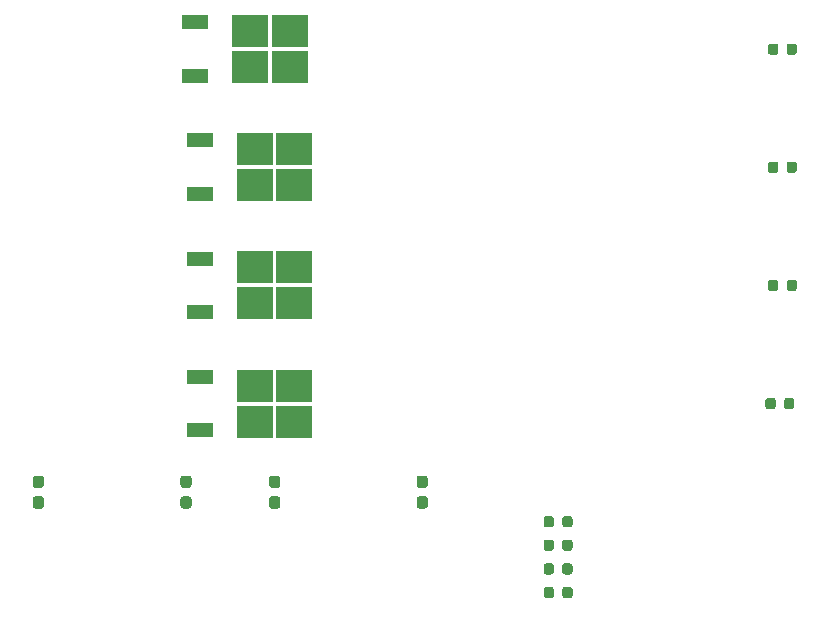
<source format=gbr>
G04 #@! TF.GenerationSoftware,KiCad,Pcbnew,(5.1.6)-1*
G04 #@! TF.CreationDate,2020-07-08T14:40:54+02:00*
G04 #@! TF.ProjectId,power-distribution,706f7765-722d-4646-9973-747269627574,rev?*
G04 #@! TF.SameCoordinates,Original*
G04 #@! TF.FileFunction,Paste,Top*
G04 #@! TF.FilePolarity,Positive*
%FSLAX46Y46*%
G04 Gerber Fmt 4.6, Leading zero omitted, Abs format (unit mm)*
G04 Created by KiCad (PCBNEW (5.1.6)-1) date 2020-07-08 14:40:54*
%MOMM*%
%LPD*%
G01*
G04 APERTURE LIST*
%ADD10R,2.200000X1.200000*%
%ADD11R,3.050000X2.750000*%
G04 APERTURE END LIST*
D10*
X81200000Y-120220000D03*
X81200000Y-124780000D03*
D11*
X89175000Y-124025000D03*
X85825000Y-120975000D03*
X89175000Y-120975000D03*
X85825000Y-124025000D03*
X85825000Y-114025000D03*
X89175000Y-110975000D03*
X85825000Y-110975000D03*
X89175000Y-114025000D03*
D10*
X81200000Y-114780000D03*
X81200000Y-110220000D03*
X81200000Y-100220000D03*
X81200000Y-104780000D03*
D11*
X89175000Y-104025000D03*
X85825000Y-100975000D03*
X89175000Y-100975000D03*
X85825000Y-104025000D03*
X85425000Y-94025000D03*
X88775000Y-90975000D03*
X85425000Y-90975000D03*
X88775000Y-94025000D03*
D10*
X80800000Y-94780000D03*
X80800000Y-90220000D03*
G36*
G01*
X99762500Y-130350000D02*
X100237500Y-130350000D01*
G75*
G02*
X100475000Y-130587500I0J-237500D01*
G01*
X100475000Y-131162500D01*
G75*
G02*
X100237500Y-131400000I-237500J0D01*
G01*
X99762500Y-131400000D01*
G75*
G02*
X99525000Y-131162500I0J237500D01*
G01*
X99525000Y-130587500D01*
G75*
G02*
X99762500Y-130350000I237500J0D01*
G01*
G37*
G36*
G01*
X99762500Y-128600000D02*
X100237500Y-128600000D01*
G75*
G02*
X100475000Y-128837500I0J-237500D01*
G01*
X100475000Y-129412500D01*
G75*
G02*
X100237500Y-129650000I-237500J0D01*
G01*
X99762500Y-129650000D01*
G75*
G02*
X99525000Y-129412500I0J237500D01*
G01*
X99525000Y-128837500D01*
G75*
G02*
X99762500Y-128600000I237500J0D01*
G01*
G37*
G36*
G01*
X87262500Y-128600000D02*
X87737500Y-128600000D01*
G75*
G02*
X87975000Y-128837500I0J-237500D01*
G01*
X87975000Y-129412500D01*
G75*
G02*
X87737500Y-129650000I-237500J0D01*
G01*
X87262500Y-129650000D01*
G75*
G02*
X87025000Y-129412500I0J237500D01*
G01*
X87025000Y-128837500D01*
G75*
G02*
X87262500Y-128600000I237500J0D01*
G01*
G37*
G36*
G01*
X87262500Y-130350000D02*
X87737500Y-130350000D01*
G75*
G02*
X87975000Y-130587500I0J-237500D01*
G01*
X87975000Y-131162500D01*
G75*
G02*
X87737500Y-131400000I-237500J0D01*
G01*
X87262500Y-131400000D01*
G75*
G02*
X87025000Y-131162500I0J237500D01*
G01*
X87025000Y-130587500D01*
G75*
G02*
X87262500Y-130350000I237500J0D01*
G01*
G37*
G36*
G01*
X79762500Y-128600000D02*
X80237500Y-128600000D01*
G75*
G02*
X80475000Y-128837500I0J-237500D01*
G01*
X80475000Y-129412500D01*
G75*
G02*
X80237500Y-129650000I-237500J0D01*
G01*
X79762500Y-129650000D01*
G75*
G02*
X79525000Y-129412500I0J237500D01*
G01*
X79525000Y-128837500D01*
G75*
G02*
X79762500Y-128600000I237500J0D01*
G01*
G37*
G36*
G01*
X79762500Y-130350000D02*
X80237500Y-130350000D01*
G75*
G02*
X80475000Y-130587500I0J-237500D01*
G01*
X80475000Y-131162500D01*
G75*
G02*
X80237500Y-131400000I-237500J0D01*
G01*
X79762500Y-131400000D01*
G75*
G02*
X79525000Y-131162500I0J237500D01*
G01*
X79525000Y-130587500D01*
G75*
G02*
X79762500Y-130350000I237500J0D01*
G01*
G37*
G36*
G01*
X67262500Y-130350000D02*
X67737500Y-130350000D01*
G75*
G02*
X67975000Y-130587500I0J-237500D01*
G01*
X67975000Y-131162500D01*
G75*
G02*
X67737500Y-131400000I-237500J0D01*
G01*
X67262500Y-131400000D01*
G75*
G02*
X67025000Y-131162500I0J237500D01*
G01*
X67025000Y-130587500D01*
G75*
G02*
X67262500Y-130350000I237500J0D01*
G01*
G37*
G36*
G01*
X67262500Y-128600000D02*
X67737500Y-128600000D01*
G75*
G02*
X67975000Y-128837500I0J-237500D01*
G01*
X67975000Y-129412500D01*
G75*
G02*
X67737500Y-129650000I-237500J0D01*
G01*
X67262500Y-129650000D01*
G75*
G02*
X67025000Y-129412500I0J237500D01*
G01*
X67025000Y-128837500D01*
G75*
G02*
X67262500Y-128600000I237500J0D01*
G01*
G37*
G36*
G01*
X131512500Y-122243750D02*
X131512500Y-122756250D01*
G75*
G02*
X131293750Y-122975000I-218750J0D01*
G01*
X130856250Y-122975000D01*
G75*
G02*
X130637500Y-122756250I0J218750D01*
G01*
X130637500Y-122243750D01*
G75*
G02*
X130856250Y-122025000I218750J0D01*
G01*
X131293750Y-122025000D01*
G75*
G02*
X131512500Y-122243750I0J-218750D01*
G01*
G37*
G36*
G01*
X129937500Y-122243750D02*
X129937500Y-122756250D01*
G75*
G02*
X129718750Y-122975000I-218750J0D01*
G01*
X129281250Y-122975000D01*
G75*
G02*
X129062500Y-122756250I0J218750D01*
G01*
X129062500Y-122243750D01*
G75*
G02*
X129281250Y-122025000I218750J0D01*
G01*
X129718750Y-122025000D01*
G75*
G02*
X129937500Y-122243750I0J-218750D01*
G01*
G37*
G36*
G01*
X130150000Y-112243750D02*
X130150000Y-112756250D01*
G75*
G02*
X129931250Y-112975000I-218750J0D01*
G01*
X129493750Y-112975000D01*
G75*
G02*
X129275000Y-112756250I0J218750D01*
G01*
X129275000Y-112243750D01*
G75*
G02*
X129493750Y-112025000I218750J0D01*
G01*
X129931250Y-112025000D01*
G75*
G02*
X130150000Y-112243750I0J-218750D01*
G01*
G37*
G36*
G01*
X131725000Y-112243750D02*
X131725000Y-112756250D01*
G75*
G02*
X131506250Y-112975000I-218750J0D01*
G01*
X131068750Y-112975000D01*
G75*
G02*
X130850000Y-112756250I0J218750D01*
G01*
X130850000Y-112243750D01*
G75*
G02*
X131068750Y-112025000I218750J0D01*
G01*
X131506250Y-112025000D01*
G75*
G02*
X131725000Y-112243750I0J-218750D01*
G01*
G37*
G36*
G01*
X131725000Y-102243750D02*
X131725000Y-102756250D01*
G75*
G02*
X131506250Y-102975000I-218750J0D01*
G01*
X131068750Y-102975000D01*
G75*
G02*
X130850000Y-102756250I0J218750D01*
G01*
X130850000Y-102243750D01*
G75*
G02*
X131068750Y-102025000I218750J0D01*
G01*
X131506250Y-102025000D01*
G75*
G02*
X131725000Y-102243750I0J-218750D01*
G01*
G37*
G36*
G01*
X130150000Y-102243750D02*
X130150000Y-102756250D01*
G75*
G02*
X129931250Y-102975000I-218750J0D01*
G01*
X129493750Y-102975000D01*
G75*
G02*
X129275000Y-102756250I0J218750D01*
G01*
X129275000Y-102243750D01*
G75*
G02*
X129493750Y-102025000I218750J0D01*
G01*
X129931250Y-102025000D01*
G75*
G02*
X130150000Y-102243750I0J-218750D01*
G01*
G37*
G36*
G01*
X130150000Y-92243750D02*
X130150000Y-92756250D01*
G75*
G02*
X129931250Y-92975000I-218750J0D01*
G01*
X129493750Y-92975000D01*
G75*
G02*
X129275000Y-92756250I0J218750D01*
G01*
X129275000Y-92243750D01*
G75*
G02*
X129493750Y-92025000I218750J0D01*
G01*
X129931250Y-92025000D01*
G75*
G02*
X130150000Y-92243750I0J-218750D01*
G01*
G37*
G36*
G01*
X131725000Y-92243750D02*
X131725000Y-92756250D01*
G75*
G02*
X131506250Y-92975000I-218750J0D01*
G01*
X131068750Y-92975000D01*
G75*
G02*
X130850000Y-92756250I0J218750D01*
G01*
X130850000Y-92243750D01*
G75*
G02*
X131068750Y-92025000I218750J0D01*
G01*
X131506250Y-92025000D01*
G75*
G02*
X131725000Y-92243750I0J-218750D01*
G01*
G37*
G36*
G01*
X111850000Y-132756250D02*
X111850000Y-132243750D01*
G75*
G02*
X112068750Y-132025000I218750J0D01*
G01*
X112506250Y-132025000D01*
G75*
G02*
X112725000Y-132243750I0J-218750D01*
G01*
X112725000Y-132756250D01*
G75*
G02*
X112506250Y-132975000I-218750J0D01*
G01*
X112068750Y-132975000D01*
G75*
G02*
X111850000Y-132756250I0J218750D01*
G01*
G37*
G36*
G01*
X110275000Y-132756250D02*
X110275000Y-132243750D01*
G75*
G02*
X110493750Y-132025000I218750J0D01*
G01*
X110931250Y-132025000D01*
G75*
G02*
X111150000Y-132243750I0J-218750D01*
G01*
X111150000Y-132756250D01*
G75*
G02*
X110931250Y-132975000I-218750J0D01*
G01*
X110493750Y-132975000D01*
G75*
G02*
X110275000Y-132756250I0J218750D01*
G01*
G37*
G36*
G01*
X110275000Y-134756250D02*
X110275000Y-134243750D01*
G75*
G02*
X110493750Y-134025000I218750J0D01*
G01*
X110931250Y-134025000D01*
G75*
G02*
X111150000Y-134243750I0J-218750D01*
G01*
X111150000Y-134756250D01*
G75*
G02*
X110931250Y-134975000I-218750J0D01*
G01*
X110493750Y-134975000D01*
G75*
G02*
X110275000Y-134756250I0J218750D01*
G01*
G37*
G36*
G01*
X111850000Y-134756250D02*
X111850000Y-134243750D01*
G75*
G02*
X112068750Y-134025000I218750J0D01*
G01*
X112506250Y-134025000D01*
G75*
G02*
X112725000Y-134243750I0J-218750D01*
G01*
X112725000Y-134756250D01*
G75*
G02*
X112506250Y-134975000I-218750J0D01*
G01*
X112068750Y-134975000D01*
G75*
G02*
X111850000Y-134756250I0J218750D01*
G01*
G37*
G36*
G01*
X111850000Y-136756250D02*
X111850000Y-136243750D01*
G75*
G02*
X112068750Y-136025000I218750J0D01*
G01*
X112506250Y-136025000D01*
G75*
G02*
X112725000Y-136243750I0J-218750D01*
G01*
X112725000Y-136756250D01*
G75*
G02*
X112506250Y-136975000I-218750J0D01*
G01*
X112068750Y-136975000D01*
G75*
G02*
X111850000Y-136756250I0J218750D01*
G01*
G37*
G36*
G01*
X110275000Y-136756250D02*
X110275000Y-136243750D01*
G75*
G02*
X110493750Y-136025000I218750J0D01*
G01*
X110931250Y-136025000D01*
G75*
G02*
X111150000Y-136243750I0J-218750D01*
G01*
X111150000Y-136756250D01*
G75*
G02*
X110931250Y-136975000I-218750J0D01*
G01*
X110493750Y-136975000D01*
G75*
G02*
X110275000Y-136756250I0J218750D01*
G01*
G37*
G36*
G01*
X110275000Y-138756250D02*
X110275000Y-138243750D01*
G75*
G02*
X110493750Y-138025000I218750J0D01*
G01*
X110931250Y-138025000D01*
G75*
G02*
X111150000Y-138243750I0J-218750D01*
G01*
X111150000Y-138756250D01*
G75*
G02*
X110931250Y-138975000I-218750J0D01*
G01*
X110493750Y-138975000D01*
G75*
G02*
X110275000Y-138756250I0J218750D01*
G01*
G37*
G36*
G01*
X111850000Y-138756250D02*
X111850000Y-138243750D01*
G75*
G02*
X112068750Y-138025000I218750J0D01*
G01*
X112506250Y-138025000D01*
G75*
G02*
X112725000Y-138243750I0J-218750D01*
G01*
X112725000Y-138756250D01*
G75*
G02*
X112506250Y-138975000I-218750J0D01*
G01*
X112068750Y-138975000D01*
G75*
G02*
X111850000Y-138756250I0J218750D01*
G01*
G37*
M02*

</source>
